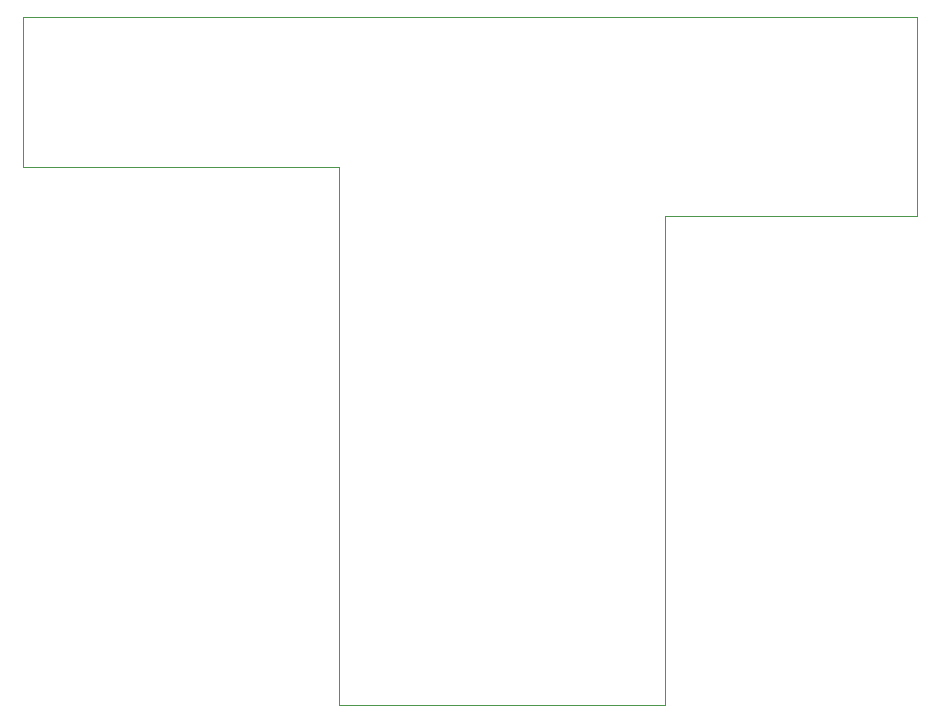
<source format=gm1>
G04 #@! TF.GenerationSoftware,KiCad,Pcbnew,(5.1.4)-1*
G04 #@! TF.CreationDate,2019-11-18T13:36:41+01:00*
G04 #@! TF.ProjectId,LIN bus,4c494e20-6275-4732-9e6b-696361645f70,rev?*
G04 #@! TF.SameCoordinates,Original*
G04 #@! TF.FileFunction,Profile,NP*
%FSLAX46Y46*%
G04 Gerber Fmt 4.6, Leading zero omitted, Abs format (unit mm)*
G04 Created by KiCad (PCBNEW (5.1.4)-1) date 2019-11-18 13:36:41*
%MOMM*%
%LPD*%
G04 APERTURE LIST*
%ADD10C,0.050000*%
G04 APERTURE END LIST*
D10*
X176022000Y-71501000D02*
X177673000Y-71501000D01*
X176022000Y-54610000D02*
X177673000Y-54610000D01*
X128778000Y-107696000D02*
X128778000Y-112903000D01*
X156337000Y-107696000D02*
X156337000Y-112903000D01*
X176022000Y-71501000D02*
X174879000Y-71501000D01*
X177673000Y-54610000D02*
X177673000Y-71501000D01*
X174879000Y-54610000D02*
X176022000Y-54610000D01*
X101981000Y-54610000D02*
X174879000Y-54610000D01*
X101981000Y-67310000D02*
X128778000Y-67310000D01*
X101981000Y-67310000D02*
X101981000Y-54610000D01*
X128778000Y-67310000D02*
X128778000Y-107696000D01*
X156337000Y-112903000D02*
X128778000Y-112903000D01*
X156337000Y-71501000D02*
X156337000Y-107696000D01*
X174879000Y-71501000D02*
X156337000Y-71501000D01*
M02*

</source>
